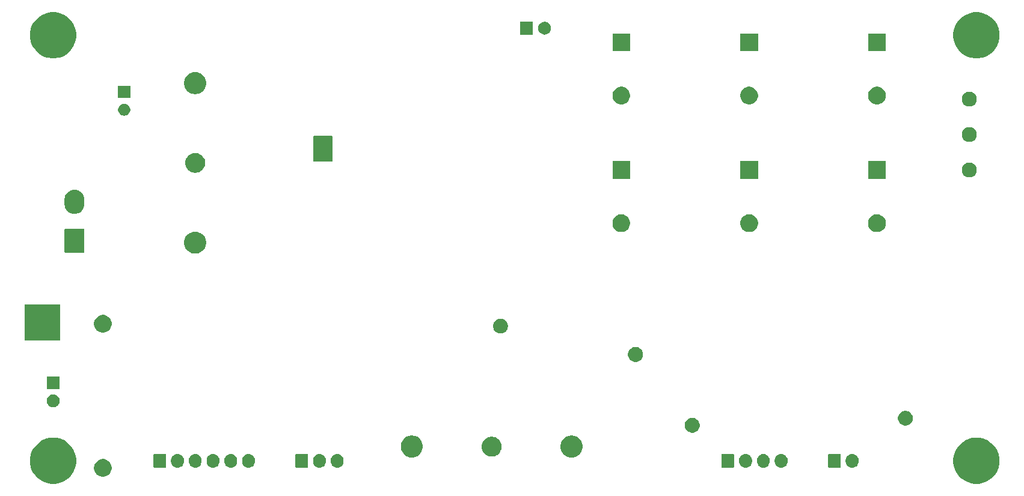
<source format=gbr>
G04 #@! TF.GenerationSoftware,KiCad,Pcbnew,5.1.5*
G04 #@! TF.CreationDate,2020-01-27T12:13:59+00:00*
G04 #@! TF.ProjectId,TSAL,5453414c-2e6b-4696-9361-645f70636258,rev?*
G04 #@! TF.SameCoordinates,PX5f5e100PY2625a00*
G04 #@! TF.FileFunction,Soldermask,Bot*
G04 #@! TF.FilePolarity,Negative*
%FSLAX46Y46*%
G04 Gerber Fmt 4.6, Leading zero omitted, Abs format (unit mm)*
G04 Created by KiCad (PCBNEW 5.1.5) date 2020-01-27 12:13:59*
%MOMM*%
%LPD*%
G04 APERTURE LIST*
%ADD10C,0.200000*%
%ADD11C,0.100000*%
G04 APERTURE END LIST*
D10*
G36*
X44250000Y-22750000D02*
G01*
X41750000Y-22750000D01*
X41750000Y-19250000D01*
X44250000Y-19250000D01*
X44250000Y-22750000D01*
G37*
X44250000Y-22750000D02*
X41750000Y-22750000D01*
X41750000Y-19250000D01*
X44250000Y-19250000D01*
X44250000Y-22750000D01*
D11*
G36*
X6000000Y-48000000D02*
G01*
X1000000Y-48000000D01*
X1000000Y-43000000D01*
X6000000Y-43000000D01*
X6000000Y-48000000D01*
G37*
G36*
X135552756Y-61795259D02*
G01*
X135948282Y-61873934D01*
X136539926Y-62119001D01*
X137072392Y-62474784D01*
X137525216Y-62927608D01*
X137880999Y-63460074D01*
X138126066Y-64051718D01*
X138251000Y-64679804D01*
X138251000Y-65320196D01*
X138126066Y-65948282D01*
X137880999Y-66539926D01*
X137525216Y-67072392D01*
X137072392Y-67525216D01*
X136539926Y-67880999D01*
X135948282Y-68126066D01*
X135634239Y-68188533D01*
X135320197Y-68251000D01*
X134679803Y-68251000D01*
X134365761Y-68188533D01*
X134051718Y-68126066D01*
X133460074Y-67880999D01*
X132927608Y-67525216D01*
X132474784Y-67072392D01*
X132119001Y-66539926D01*
X131873934Y-65948282D01*
X131749000Y-65320196D01*
X131749000Y-64679804D01*
X131873934Y-64051718D01*
X132119001Y-63460074D01*
X132474784Y-62927608D01*
X132927608Y-62474784D01*
X133460074Y-62119001D01*
X134051718Y-61873934D01*
X134447244Y-61795259D01*
X134679803Y-61749000D01*
X135320197Y-61749000D01*
X135552756Y-61795259D01*
G37*
G36*
X5552756Y-61795259D02*
G01*
X5948282Y-61873934D01*
X6539926Y-62119001D01*
X7072392Y-62474784D01*
X7525216Y-62927608D01*
X7880999Y-63460074D01*
X8126066Y-64051718D01*
X8251000Y-64679804D01*
X8251000Y-65320196D01*
X8126066Y-65948282D01*
X7880999Y-66539926D01*
X7525216Y-67072392D01*
X7072392Y-67525216D01*
X6539926Y-67880999D01*
X5948282Y-68126066D01*
X5634239Y-68188533D01*
X5320197Y-68251000D01*
X4679803Y-68251000D01*
X4365761Y-68188533D01*
X4051718Y-68126066D01*
X3460074Y-67880999D01*
X2927608Y-67525216D01*
X2474784Y-67072392D01*
X2119001Y-66539926D01*
X1873934Y-65948282D01*
X1749000Y-65320196D01*
X1749000Y-64679804D01*
X1873934Y-64051718D01*
X2119001Y-63460074D01*
X2474784Y-62927608D01*
X2927608Y-62474784D01*
X3460074Y-62119001D01*
X4051718Y-61873934D01*
X4447244Y-61795259D01*
X4679803Y-61749000D01*
X5320197Y-61749000D01*
X5552756Y-61795259D01*
G37*
G36*
X12364903Y-64797075D02*
G01*
X12566894Y-64880742D01*
X12592571Y-64891378D01*
X12797466Y-65028285D01*
X12971715Y-65202534D01*
X13050335Y-65320197D01*
X13108623Y-65407431D01*
X13202925Y-65635097D01*
X13218856Y-65715185D01*
X13251000Y-65876787D01*
X13251000Y-66123213D01*
X13202925Y-66364903D01*
X13108622Y-66592571D01*
X12971715Y-66797466D01*
X12797466Y-66971715D01*
X12592571Y-67108622D01*
X12592570Y-67108623D01*
X12592569Y-67108623D01*
X12364903Y-67202925D01*
X12123214Y-67251000D01*
X11876786Y-67251000D01*
X11635097Y-67202925D01*
X11407431Y-67108623D01*
X11407430Y-67108623D01*
X11407429Y-67108622D01*
X11202534Y-66971715D01*
X11028285Y-66797466D01*
X10891378Y-66592571D01*
X10797075Y-66364903D01*
X10749000Y-66123213D01*
X10749000Y-65876787D01*
X10781145Y-65715185D01*
X10797075Y-65635097D01*
X10891377Y-65407431D01*
X10949665Y-65320197D01*
X11028285Y-65202534D01*
X11202534Y-65028285D01*
X11407429Y-64891378D01*
X11433107Y-64880742D01*
X11635097Y-64797075D01*
X11876786Y-64749000D01*
X12123214Y-64749000D01*
X12364903Y-64797075D01*
G37*
G36*
X30176626Y-64037037D02*
G01*
X30346465Y-64088557D01*
X30346467Y-64088558D01*
X30502989Y-64172221D01*
X30640186Y-64284814D01*
X30713771Y-64374479D01*
X30752778Y-64422009D01*
X30836443Y-64578534D01*
X30887963Y-64748373D01*
X30901000Y-64880742D01*
X30901000Y-65119257D01*
X30887963Y-65251626D01*
X30836443Y-65421465D01*
X30752778Y-65577991D01*
X30723448Y-65613729D01*
X30640186Y-65715186D01*
X30545250Y-65793097D01*
X30502991Y-65827778D01*
X30346466Y-65911443D01*
X30176627Y-65962963D01*
X30000000Y-65980359D01*
X29823374Y-65962963D01*
X29653535Y-65911443D01*
X29497010Y-65827778D01*
X29417711Y-65762699D01*
X29359814Y-65715185D01*
X29291217Y-65631599D01*
X29247222Y-65577991D01*
X29163557Y-65421466D01*
X29112037Y-65251627D01*
X29099000Y-65119258D01*
X29099000Y-64880743D01*
X29112037Y-64748374D01*
X29163557Y-64578535D01*
X29247222Y-64422010D01*
X29264464Y-64401000D01*
X29359814Y-64284814D01*
X29461271Y-64201552D01*
X29497009Y-64172222D01*
X29653534Y-64088557D01*
X29823373Y-64037037D01*
X30000000Y-64019641D01*
X30176626Y-64037037D01*
G37*
G36*
X42676626Y-64037037D02*
G01*
X42846465Y-64088557D01*
X42846467Y-64088558D01*
X43002989Y-64172221D01*
X43140186Y-64284814D01*
X43213771Y-64374479D01*
X43252778Y-64422009D01*
X43336443Y-64578534D01*
X43387963Y-64748373D01*
X43401000Y-64880742D01*
X43401000Y-65119257D01*
X43387963Y-65251626D01*
X43336443Y-65421465D01*
X43252778Y-65577991D01*
X43223448Y-65613729D01*
X43140186Y-65715186D01*
X43045250Y-65793097D01*
X43002991Y-65827778D01*
X42846466Y-65911443D01*
X42676627Y-65962963D01*
X42500000Y-65980359D01*
X42323374Y-65962963D01*
X42153535Y-65911443D01*
X41997010Y-65827778D01*
X41917711Y-65762699D01*
X41859814Y-65715185D01*
X41791217Y-65631599D01*
X41747222Y-65577991D01*
X41663557Y-65421466D01*
X41612037Y-65251627D01*
X41599000Y-65119258D01*
X41599000Y-64880743D01*
X41612037Y-64748374D01*
X41663557Y-64578535D01*
X41747222Y-64422010D01*
X41764464Y-64401000D01*
X41859814Y-64284814D01*
X41961271Y-64201552D01*
X41997009Y-64172222D01*
X42153534Y-64088557D01*
X42323373Y-64037037D01*
X42500000Y-64019641D01*
X42676626Y-64037037D01*
G37*
G36*
X45176626Y-64037037D02*
G01*
X45346465Y-64088557D01*
X45346467Y-64088558D01*
X45502989Y-64172221D01*
X45640186Y-64284814D01*
X45713771Y-64374479D01*
X45752778Y-64422009D01*
X45836443Y-64578534D01*
X45887963Y-64748373D01*
X45901000Y-64880742D01*
X45901000Y-65119257D01*
X45887963Y-65251626D01*
X45836443Y-65421465D01*
X45752778Y-65577991D01*
X45723448Y-65613729D01*
X45640186Y-65715186D01*
X45545250Y-65793097D01*
X45502991Y-65827778D01*
X45346466Y-65911443D01*
X45176627Y-65962963D01*
X45000000Y-65980359D01*
X44823374Y-65962963D01*
X44653535Y-65911443D01*
X44497010Y-65827778D01*
X44417711Y-65762699D01*
X44359814Y-65715185D01*
X44291217Y-65631599D01*
X44247222Y-65577991D01*
X44163557Y-65421466D01*
X44112037Y-65251627D01*
X44099000Y-65119258D01*
X44099000Y-64880743D01*
X44112037Y-64748374D01*
X44163557Y-64578535D01*
X44247222Y-64422010D01*
X44264464Y-64401000D01*
X44359814Y-64284814D01*
X44461271Y-64201552D01*
X44497009Y-64172222D01*
X44653534Y-64088557D01*
X44823373Y-64037037D01*
X45000000Y-64019641D01*
X45176626Y-64037037D01*
G37*
G36*
X102676626Y-64037037D02*
G01*
X102846465Y-64088557D01*
X102846467Y-64088558D01*
X103002989Y-64172221D01*
X103140186Y-64284814D01*
X103213771Y-64374479D01*
X103252778Y-64422009D01*
X103336443Y-64578534D01*
X103387963Y-64748373D01*
X103401000Y-64880742D01*
X103401000Y-65119257D01*
X103387963Y-65251626D01*
X103336443Y-65421465D01*
X103252778Y-65577991D01*
X103223448Y-65613729D01*
X103140186Y-65715186D01*
X103045250Y-65793097D01*
X103002991Y-65827778D01*
X102846466Y-65911443D01*
X102676627Y-65962963D01*
X102500000Y-65980359D01*
X102323374Y-65962963D01*
X102153535Y-65911443D01*
X101997010Y-65827778D01*
X101917711Y-65762699D01*
X101859814Y-65715185D01*
X101791217Y-65631599D01*
X101747222Y-65577991D01*
X101663557Y-65421466D01*
X101612037Y-65251627D01*
X101599000Y-65119258D01*
X101599000Y-64880743D01*
X101612037Y-64748374D01*
X101663557Y-64578535D01*
X101747222Y-64422010D01*
X101764464Y-64401000D01*
X101859814Y-64284814D01*
X101961271Y-64201552D01*
X101997009Y-64172222D01*
X102153534Y-64088557D01*
X102323373Y-64037037D01*
X102500000Y-64019641D01*
X102676626Y-64037037D01*
G37*
G36*
X105176626Y-64037037D02*
G01*
X105346465Y-64088557D01*
X105346467Y-64088558D01*
X105502989Y-64172221D01*
X105640186Y-64284814D01*
X105713771Y-64374479D01*
X105752778Y-64422009D01*
X105836443Y-64578534D01*
X105887963Y-64748373D01*
X105901000Y-64880742D01*
X105901000Y-65119257D01*
X105887963Y-65251626D01*
X105836443Y-65421465D01*
X105752778Y-65577991D01*
X105723448Y-65613729D01*
X105640186Y-65715186D01*
X105545250Y-65793097D01*
X105502991Y-65827778D01*
X105346466Y-65911443D01*
X105176627Y-65962963D01*
X105000000Y-65980359D01*
X104823374Y-65962963D01*
X104653535Y-65911443D01*
X104497010Y-65827778D01*
X104417711Y-65762699D01*
X104359814Y-65715185D01*
X104291217Y-65631599D01*
X104247222Y-65577991D01*
X104163557Y-65421466D01*
X104112037Y-65251627D01*
X104099000Y-65119258D01*
X104099000Y-64880743D01*
X104112037Y-64748374D01*
X104163557Y-64578535D01*
X104247222Y-64422010D01*
X104264464Y-64401000D01*
X104359814Y-64284814D01*
X104461271Y-64201552D01*
X104497009Y-64172222D01*
X104653534Y-64088557D01*
X104823373Y-64037037D01*
X105000000Y-64019641D01*
X105176626Y-64037037D01*
G37*
G36*
X107676626Y-64037037D02*
G01*
X107846465Y-64088557D01*
X107846467Y-64088558D01*
X108002989Y-64172221D01*
X108140186Y-64284814D01*
X108213771Y-64374479D01*
X108252778Y-64422009D01*
X108336443Y-64578534D01*
X108387963Y-64748373D01*
X108401000Y-64880742D01*
X108401000Y-65119257D01*
X108387963Y-65251626D01*
X108336443Y-65421465D01*
X108252778Y-65577991D01*
X108223448Y-65613729D01*
X108140186Y-65715186D01*
X108045250Y-65793097D01*
X108002991Y-65827778D01*
X107846466Y-65911443D01*
X107676627Y-65962963D01*
X107500000Y-65980359D01*
X107323374Y-65962963D01*
X107153535Y-65911443D01*
X106997010Y-65827778D01*
X106917711Y-65762699D01*
X106859814Y-65715185D01*
X106791217Y-65631599D01*
X106747222Y-65577991D01*
X106663557Y-65421466D01*
X106612037Y-65251627D01*
X106599000Y-65119258D01*
X106599000Y-64880743D01*
X106612037Y-64748374D01*
X106663557Y-64578535D01*
X106747222Y-64422010D01*
X106764464Y-64401000D01*
X106859814Y-64284814D01*
X106961271Y-64201552D01*
X106997009Y-64172222D01*
X107153534Y-64088557D01*
X107323373Y-64037037D01*
X107500000Y-64019641D01*
X107676626Y-64037037D01*
G37*
G36*
X117676626Y-64037037D02*
G01*
X117846465Y-64088557D01*
X117846467Y-64088558D01*
X118002989Y-64172221D01*
X118140186Y-64284814D01*
X118213771Y-64374479D01*
X118252778Y-64422009D01*
X118336443Y-64578534D01*
X118387963Y-64748373D01*
X118401000Y-64880742D01*
X118401000Y-65119257D01*
X118387963Y-65251626D01*
X118336443Y-65421465D01*
X118252778Y-65577991D01*
X118223448Y-65613729D01*
X118140186Y-65715186D01*
X118045250Y-65793097D01*
X118002991Y-65827778D01*
X117846466Y-65911443D01*
X117676627Y-65962963D01*
X117500000Y-65980359D01*
X117323374Y-65962963D01*
X117153535Y-65911443D01*
X116997010Y-65827778D01*
X116917711Y-65762699D01*
X116859814Y-65715185D01*
X116791217Y-65631599D01*
X116747222Y-65577991D01*
X116663557Y-65421466D01*
X116612037Y-65251627D01*
X116599000Y-65119258D01*
X116599000Y-64880743D01*
X116612037Y-64748374D01*
X116663557Y-64578535D01*
X116747222Y-64422010D01*
X116764464Y-64401000D01*
X116859814Y-64284814D01*
X116961271Y-64201552D01*
X116997009Y-64172222D01*
X117153534Y-64088557D01*
X117323373Y-64037037D01*
X117500000Y-64019641D01*
X117676626Y-64037037D01*
G37*
G36*
X22676626Y-64037037D02*
G01*
X22846465Y-64088557D01*
X22846467Y-64088558D01*
X23002989Y-64172221D01*
X23140186Y-64284814D01*
X23213771Y-64374479D01*
X23252778Y-64422009D01*
X23336443Y-64578534D01*
X23387963Y-64748373D01*
X23401000Y-64880742D01*
X23401000Y-65119257D01*
X23387963Y-65251626D01*
X23336443Y-65421465D01*
X23252778Y-65577991D01*
X23223448Y-65613729D01*
X23140186Y-65715186D01*
X23045250Y-65793097D01*
X23002991Y-65827778D01*
X22846466Y-65911443D01*
X22676627Y-65962963D01*
X22500000Y-65980359D01*
X22323374Y-65962963D01*
X22153535Y-65911443D01*
X21997010Y-65827778D01*
X21917711Y-65762699D01*
X21859814Y-65715185D01*
X21791217Y-65631599D01*
X21747222Y-65577991D01*
X21663557Y-65421466D01*
X21612037Y-65251627D01*
X21599000Y-65119258D01*
X21599000Y-64880743D01*
X21612037Y-64748374D01*
X21663557Y-64578535D01*
X21747222Y-64422010D01*
X21764464Y-64401000D01*
X21859814Y-64284814D01*
X21961271Y-64201552D01*
X21997009Y-64172222D01*
X22153534Y-64088557D01*
X22323373Y-64037037D01*
X22500000Y-64019641D01*
X22676626Y-64037037D01*
G37*
G36*
X25176626Y-64037037D02*
G01*
X25346465Y-64088557D01*
X25346467Y-64088558D01*
X25502989Y-64172221D01*
X25640186Y-64284814D01*
X25713771Y-64374479D01*
X25752778Y-64422009D01*
X25836443Y-64578534D01*
X25887963Y-64748373D01*
X25901000Y-64880742D01*
X25901000Y-65119257D01*
X25887963Y-65251626D01*
X25836443Y-65421465D01*
X25752778Y-65577991D01*
X25723448Y-65613729D01*
X25640186Y-65715186D01*
X25545250Y-65793097D01*
X25502991Y-65827778D01*
X25346466Y-65911443D01*
X25176627Y-65962963D01*
X25000000Y-65980359D01*
X24823374Y-65962963D01*
X24653535Y-65911443D01*
X24497010Y-65827778D01*
X24417711Y-65762699D01*
X24359814Y-65715185D01*
X24291217Y-65631599D01*
X24247222Y-65577991D01*
X24163557Y-65421466D01*
X24112037Y-65251627D01*
X24099000Y-65119258D01*
X24099000Y-64880743D01*
X24112037Y-64748374D01*
X24163557Y-64578535D01*
X24247222Y-64422010D01*
X24264464Y-64401000D01*
X24359814Y-64284814D01*
X24461271Y-64201552D01*
X24497009Y-64172222D01*
X24653534Y-64088557D01*
X24823373Y-64037037D01*
X25000000Y-64019641D01*
X25176626Y-64037037D01*
G37*
G36*
X32676626Y-64037037D02*
G01*
X32846465Y-64088557D01*
X32846467Y-64088558D01*
X33002989Y-64172221D01*
X33140186Y-64284814D01*
X33213771Y-64374479D01*
X33252778Y-64422009D01*
X33336443Y-64578534D01*
X33387963Y-64748373D01*
X33401000Y-64880742D01*
X33401000Y-65119257D01*
X33387963Y-65251626D01*
X33336443Y-65421465D01*
X33252778Y-65577991D01*
X33223448Y-65613729D01*
X33140186Y-65715186D01*
X33045250Y-65793097D01*
X33002991Y-65827778D01*
X32846466Y-65911443D01*
X32676627Y-65962963D01*
X32500000Y-65980359D01*
X32323374Y-65962963D01*
X32153535Y-65911443D01*
X31997010Y-65827778D01*
X31917711Y-65762699D01*
X31859814Y-65715185D01*
X31791217Y-65631599D01*
X31747222Y-65577991D01*
X31663557Y-65421466D01*
X31612037Y-65251627D01*
X31599000Y-65119258D01*
X31599000Y-64880743D01*
X31612037Y-64748374D01*
X31663557Y-64578535D01*
X31747222Y-64422010D01*
X31764464Y-64401000D01*
X31859814Y-64284814D01*
X31961271Y-64201552D01*
X31997009Y-64172222D01*
X32153534Y-64088557D01*
X32323373Y-64037037D01*
X32500000Y-64019641D01*
X32676626Y-64037037D01*
G37*
G36*
X27676626Y-64037037D02*
G01*
X27846465Y-64088557D01*
X27846467Y-64088558D01*
X28002989Y-64172221D01*
X28140186Y-64284814D01*
X28213771Y-64374479D01*
X28252778Y-64422009D01*
X28336443Y-64578534D01*
X28387963Y-64748373D01*
X28401000Y-64880742D01*
X28401000Y-65119257D01*
X28387963Y-65251626D01*
X28336443Y-65421465D01*
X28252778Y-65577991D01*
X28223448Y-65613729D01*
X28140186Y-65715186D01*
X28045250Y-65793097D01*
X28002991Y-65827778D01*
X27846466Y-65911443D01*
X27676627Y-65962963D01*
X27500000Y-65980359D01*
X27323374Y-65962963D01*
X27153535Y-65911443D01*
X26997010Y-65827778D01*
X26917711Y-65762699D01*
X26859814Y-65715185D01*
X26791217Y-65631599D01*
X26747222Y-65577991D01*
X26663557Y-65421466D01*
X26612037Y-65251627D01*
X26599000Y-65119258D01*
X26599000Y-64880743D01*
X26612037Y-64748374D01*
X26663557Y-64578535D01*
X26747222Y-64422010D01*
X26764464Y-64401000D01*
X26859814Y-64284814D01*
X26961271Y-64201552D01*
X26997009Y-64172222D01*
X27153534Y-64088557D01*
X27323373Y-64037037D01*
X27500000Y-64019641D01*
X27676626Y-64037037D01*
G37*
G36*
X20758600Y-64027989D02*
G01*
X20791652Y-64038015D01*
X20822103Y-64054292D01*
X20848799Y-64076201D01*
X20870708Y-64102897D01*
X20886985Y-64133348D01*
X20897011Y-64166400D01*
X20901000Y-64206903D01*
X20901000Y-65793097D01*
X20897011Y-65833600D01*
X20886985Y-65866652D01*
X20870708Y-65897103D01*
X20848799Y-65923799D01*
X20822103Y-65945708D01*
X20791652Y-65961985D01*
X20758600Y-65972011D01*
X20718097Y-65976000D01*
X19281903Y-65976000D01*
X19241400Y-65972011D01*
X19208348Y-65961985D01*
X19177897Y-65945708D01*
X19151201Y-65923799D01*
X19129292Y-65897103D01*
X19113015Y-65866652D01*
X19102989Y-65833600D01*
X19099000Y-65793097D01*
X19099000Y-64206903D01*
X19102989Y-64166400D01*
X19113015Y-64133348D01*
X19129292Y-64102897D01*
X19151201Y-64076201D01*
X19177897Y-64054292D01*
X19208348Y-64038015D01*
X19241400Y-64027989D01*
X19281903Y-64024000D01*
X20718097Y-64024000D01*
X20758600Y-64027989D01*
G37*
G36*
X115758600Y-64027989D02*
G01*
X115791652Y-64038015D01*
X115822103Y-64054292D01*
X115848799Y-64076201D01*
X115870708Y-64102897D01*
X115886985Y-64133348D01*
X115897011Y-64166400D01*
X115901000Y-64206903D01*
X115901000Y-65793097D01*
X115897011Y-65833600D01*
X115886985Y-65866652D01*
X115870708Y-65897103D01*
X115848799Y-65923799D01*
X115822103Y-65945708D01*
X115791652Y-65961985D01*
X115758600Y-65972011D01*
X115718097Y-65976000D01*
X114281903Y-65976000D01*
X114241400Y-65972011D01*
X114208348Y-65961985D01*
X114177897Y-65945708D01*
X114151201Y-65923799D01*
X114129292Y-65897103D01*
X114113015Y-65866652D01*
X114102989Y-65833600D01*
X114099000Y-65793097D01*
X114099000Y-64206903D01*
X114102989Y-64166400D01*
X114113015Y-64133348D01*
X114129292Y-64102897D01*
X114151201Y-64076201D01*
X114177897Y-64054292D01*
X114208348Y-64038015D01*
X114241400Y-64027989D01*
X114281903Y-64024000D01*
X115718097Y-64024000D01*
X115758600Y-64027989D01*
G37*
G36*
X100758600Y-64027989D02*
G01*
X100791652Y-64038015D01*
X100822103Y-64054292D01*
X100848799Y-64076201D01*
X100870708Y-64102897D01*
X100886985Y-64133348D01*
X100897011Y-64166400D01*
X100901000Y-64206903D01*
X100901000Y-65793097D01*
X100897011Y-65833600D01*
X100886985Y-65866652D01*
X100870708Y-65897103D01*
X100848799Y-65923799D01*
X100822103Y-65945708D01*
X100791652Y-65961985D01*
X100758600Y-65972011D01*
X100718097Y-65976000D01*
X99281903Y-65976000D01*
X99241400Y-65972011D01*
X99208348Y-65961985D01*
X99177897Y-65945708D01*
X99151201Y-65923799D01*
X99129292Y-65897103D01*
X99113015Y-65866652D01*
X99102989Y-65833600D01*
X99099000Y-65793097D01*
X99099000Y-64206903D01*
X99102989Y-64166400D01*
X99113015Y-64133348D01*
X99129292Y-64102897D01*
X99151201Y-64076201D01*
X99177897Y-64054292D01*
X99208348Y-64038015D01*
X99241400Y-64027989D01*
X99281903Y-64024000D01*
X100718097Y-64024000D01*
X100758600Y-64027989D01*
G37*
G36*
X40758600Y-64027989D02*
G01*
X40791652Y-64038015D01*
X40822103Y-64054292D01*
X40848799Y-64076201D01*
X40870708Y-64102897D01*
X40886985Y-64133348D01*
X40897011Y-64166400D01*
X40901000Y-64206903D01*
X40901000Y-65793097D01*
X40897011Y-65833600D01*
X40886985Y-65866652D01*
X40870708Y-65897103D01*
X40848799Y-65923799D01*
X40822103Y-65945708D01*
X40791652Y-65961985D01*
X40758600Y-65972011D01*
X40718097Y-65976000D01*
X39281903Y-65976000D01*
X39241400Y-65972011D01*
X39208348Y-65961985D01*
X39177897Y-65945708D01*
X39151201Y-65923799D01*
X39129292Y-65897103D01*
X39113015Y-65866652D01*
X39102989Y-65833600D01*
X39099000Y-65793097D01*
X39099000Y-64206903D01*
X39102989Y-64166400D01*
X39113015Y-64133348D01*
X39129292Y-64102897D01*
X39151201Y-64076201D01*
X39177897Y-64054292D01*
X39208348Y-64038015D01*
X39241400Y-64027989D01*
X39281903Y-64024000D01*
X40718097Y-64024000D01*
X40758600Y-64027989D01*
G37*
G36*
X55802585Y-61478802D02*
G01*
X55952410Y-61508604D01*
X56234674Y-61625521D01*
X56488705Y-61795259D01*
X56704741Y-62011295D01*
X56874479Y-62265326D01*
X56991396Y-62547590D01*
X57051000Y-62847240D01*
X57051000Y-63152760D01*
X56991396Y-63452410D01*
X56874479Y-63734674D01*
X56704741Y-63988705D01*
X56488705Y-64204741D01*
X56234674Y-64374479D01*
X55952410Y-64491396D01*
X55802585Y-64521198D01*
X55652761Y-64551000D01*
X55347239Y-64551000D01*
X55197415Y-64521198D01*
X55047590Y-64491396D01*
X54765326Y-64374479D01*
X54511295Y-64204741D01*
X54295259Y-63988705D01*
X54125521Y-63734674D01*
X54008604Y-63452410D01*
X53949000Y-63152760D01*
X53949000Y-62847240D01*
X54008604Y-62547590D01*
X54125521Y-62265326D01*
X54295259Y-62011295D01*
X54511295Y-61795259D01*
X54765326Y-61625521D01*
X55047590Y-61508604D01*
X55197415Y-61478802D01*
X55347239Y-61449000D01*
X55652761Y-61449000D01*
X55802585Y-61478802D01*
G37*
G36*
X78302585Y-61478802D02*
G01*
X78452410Y-61508604D01*
X78734674Y-61625521D01*
X78988705Y-61795259D01*
X79204741Y-62011295D01*
X79374479Y-62265326D01*
X79491396Y-62547590D01*
X79551000Y-62847240D01*
X79551000Y-63152760D01*
X79491396Y-63452410D01*
X79374479Y-63734674D01*
X79204741Y-63988705D01*
X78988705Y-64204741D01*
X78734674Y-64374479D01*
X78452410Y-64491396D01*
X78302585Y-64521198D01*
X78152761Y-64551000D01*
X77847239Y-64551000D01*
X77697415Y-64521198D01*
X77547590Y-64491396D01*
X77265326Y-64374479D01*
X77011295Y-64204741D01*
X76795259Y-63988705D01*
X76625521Y-63734674D01*
X76508604Y-63452410D01*
X76449000Y-63152760D01*
X76449000Y-62847240D01*
X76508604Y-62547590D01*
X76625521Y-62265326D01*
X76795259Y-62011295D01*
X77011295Y-61795259D01*
X77265326Y-61625521D01*
X77547590Y-61508604D01*
X77697415Y-61478802D01*
X77847239Y-61449000D01*
X78152761Y-61449000D01*
X78302585Y-61478802D01*
G37*
G36*
X67068433Y-61634893D02*
G01*
X67158657Y-61652839D01*
X67264267Y-61696585D01*
X67413621Y-61758449D01*
X67489763Y-61809325D01*
X67643086Y-61911772D01*
X67838228Y-62106914D01*
X67846304Y-62119001D01*
X67991551Y-62336379D01*
X68048880Y-62474783D01*
X68079038Y-62547590D01*
X68097161Y-62591344D01*
X68151000Y-62862012D01*
X68151000Y-63137988D01*
X68148061Y-63152761D01*
X68097161Y-63408657D01*
X68075863Y-63460074D01*
X67991551Y-63663621D01*
X67991550Y-63663622D01*
X67838228Y-63893086D01*
X67643086Y-64088228D01*
X67517381Y-64172221D01*
X67413621Y-64241551D01*
X67299069Y-64289000D01*
X67158657Y-64347161D01*
X67068433Y-64365107D01*
X66887988Y-64401000D01*
X66612012Y-64401000D01*
X66431567Y-64365107D01*
X66341343Y-64347161D01*
X66200931Y-64289000D01*
X66086379Y-64241551D01*
X65982619Y-64172221D01*
X65856914Y-64088228D01*
X65661772Y-63893086D01*
X65508450Y-63663622D01*
X65508449Y-63663621D01*
X65424137Y-63460074D01*
X65402839Y-63408657D01*
X65351939Y-63152761D01*
X65349000Y-63137988D01*
X65349000Y-62862012D01*
X65402839Y-62591344D01*
X65420963Y-62547590D01*
X65451120Y-62474783D01*
X65508449Y-62336379D01*
X65653696Y-62119001D01*
X65661772Y-62106914D01*
X65856914Y-61911772D01*
X66010237Y-61809325D01*
X66086379Y-61758449D01*
X66235733Y-61696585D01*
X66341343Y-61652839D01*
X66431567Y-61634893D01*
X66612012Y-61599000D01*
X66887988Y-61599000D01*
X67068433Y-61634893D01*
G37*
G36*
X95306564Y-58989389D02*
G01*
X95497833Y-59068615D01*
X95497835Y-59068616D01*
X95669973Y-59183635D01*
X95816365Y-59330027D01*
X95928491Y-59497835D01*
X95931385Y-59502167D01*
X96010611Y-59693436D01*
X96051000Y-59896484D01*
X96051000Y-60103516D01*
X96010611Y-60306564D01*
X95931385Y-60497833D01*
X95931384Y-60497835D01*
X95816365Y-60669973D01*
X95669973Y-60816365D01*
X95497835Y-60931384D01*
X95497834Y-60931385D01*
X95497833Y-60931385D01*
X95306564Y-61010611D01*
X95103516Y-61051000D01*
X94896484Y-61051000D01*
X94693436Y-61010611D01*
X94502167Y-60931385D01*
X94502166Y-60931385D01*
X94502165Y-60931384D01*
X94330027Y-60816365D01*
X94183635Y-60669973D01*
X94068616Y-60497835D01*
X94068615Y-60497833D01*
X93989389Y-60306564D01*
X93949000Y-60103516D01*
X93949000Y-59896484D01*
X93989389Y-59693436D01*
X94068615Y-59502167D01*
X94071510Y-59497835D01*
X94183635Y-59330027D01*
X94330027Y-59183635D01*
X94502165Y-59068616D01*
X94502167Y-59068615D01*
X94693436Y-58989389D01*
X94896484Y-58949000D01*
X95103516Y-58949000D01*
X95306564Y-58989389D01*
G37*
G36*
X125306564Y-57989389D02*
G01*
X125497833Y-58068615D01*
X125497835Y-58068616D01*
X125669973Y-58183635D01*
X125816365Y-58330027D01*
X125931385Y-58502167D01*
X126010611Y-58693436D01*
X126051000Y-58896484D01*
X126051000Y-59103516D01*
X126010611Y-59306564D01*
X126000892Y-59330027D01*
X125931384Y-59497835D01*
X125816365Y-59669973D01*
X125669973Y-59816365D01*
X125497835Y-59931384D01*
X125497834Y-59931385D01*
X125497833Y-59931385D01*
X125306564Y-60010611D01*
X125103516Y-60051000D01*
X124896484Y-60051000D01*
X124693436Y-60010611D01*
X124502167Y-59931385D01*
X124502166Y-59931385D01*
X124502165Y-59931384D01*
X124330027Y-59816365D01*
X124183635Y-59669973D01*
X124068616Y-59497835D01*
X123999108Y-59330027D01*
X123989389Y-59306564D01*
X123949000Y-59103516D01*
X123949000Y-58896484D01*
X123989389Y-58693436D01*
X124068615Y-58502167D01*
X124183635Y-58330027D01*
X124330027Y-58183635D01*
X124502165Y-58068616D01*
X124502167Y-58068615D01*
X124693436Y-57989389D01*
X124896484Y-57949000D01*
X125103516Y-57949000D01*
X125306564Y-57989389D01*
G37*
G36*
X5113512Y-55643927D02*
G01*
X5262812Y-55673624D01*
X5426784Y-55741544D01*
X5574354Y-55840147D01*
X5699853Y-55965646D01*
X5798456Y-56113216D01*
X5866376Y-56277188D01*
X5901000Y-56451259D01*
X5901000Y-56628741D01*
X5866376Y-56802812D01*
X5798456Y-56966784D01*
X5699853Y-57114354D01*
X5574354Y-57239853D01*
X5426784Y-57338456D01*
X5262812Y-57406376D01*
X5113512Y-57436073D01*
X5088742Y-57441000D01*
X4911258Y-57441000D01*
X4886488Y-57436073D01*
X4737188Y-57406376D01*
X4573216Y-57338456D01*
X4425646Y-57239853D01*
X4300147Y-57114354D01*
X4201544Y-56966784D01*
X4133624Y-56802812D01*
X4099000Y-56628741D01*
X4099000Y-56451259D01*
X4133624Y-56277188D01*
X4201544Y-56113216D01*
X4300147Y-55965646D01*
X4425646Y-55840147D01*
X4573216Y-55741544D01*
X4737188Y-55673624D01*
X4886488Y-55643927D01*
X4911258Y-55639000D01*
X5088742Y-55639000D01*
X5113512Y-55643927D01*
G37*
G36*
X5901000Y-54901000D02*
G01*
X4099000Y-54901000D01*
X4099000Y-53099000D01*
X5901000Y-53099000D01*
X5901000Y-54901000D01*
G37*
G36*
X87306564Y-48989389D02*
G01*
X87497833Y-49068615D01*
X87497835Y-49068616D01*
X87669973Y-49183635D01*
X87816365Y-49330027D01*
X87931385Y-49502167D01*
X88010611Y-49693436D01*
X88051000Y-49896484D01*
X88051000Y-50103516D01*
X88010611Y-50306564D01*
X87931385Y-50497833D01*
X87931384Y-50497835D01*
X87816365Y-50669973D01*
X87669973Y-50816365D01*
X87497835Y-50931384D01*
X87497834Y-50931385D01*
X87497833Y-50931385D01*
X87306564Y-51010611D01*
X87103516Y-51051000D01*
X86896484Y-51051000D01*
X86693436Y-51010611D01*
X86502167Y-50931385D01*
X86502166Y-50931385D01*
X86502165Y-50931384D01*
X86330027Y-50816365D01*
X86183635Y-50669973D01*
X86068616Y-50497835D01*
X86068615Y-50497833D01*
X85989389Y-50306564D01*
X85949000Y-50103516D01*
X85949000Y-49896484D01*
X85989389Y-49693436D01*
X86068615Y-49502167D01*
X86183635Y-49330027D01*
X86330027Y-49183635D01*
X86502165Y-49068616D01*
X86502167Y-49068615D01*
X86693436Y-48989389D01*
X86896484Y-48949000D01*
X87103516Y-48949000D01*
X87306564Y-48989389D01*
G37*
G36*
X68306564Y-44989389D02*
G01*
X68497833Y-45068615D01*
X68497835Y-45068616D01*
X68669973Y-45183635D01*
X68816365Y-45330027D01*
X68931385Y-45502167D01*
X69010611Y-45693436D01*
X69051000Y-45896484D01*
X69051000Y-46103516D01*
X69010611Y-46306564D01*
X68939822Y-46477464D01*
X68931384Y-46497835D01*
X68816365Y-46669973D01*
X68669973Y-46816365D01*
X68497835Y-46931384D01*
X68497834Y-46931385D01*
X68497833Y-46931385D01*
X68306564Y-47010611D01*
X68103516Y-47051000D01*
X67896484Y-47051000D01*
X67693436Y-47010611D01*
X67502167Y-46931385D01*
X67502166Y-46931385D01*
X67502165Y-46931384D01*
X67330027Y-46816365D01*
X67183635Y-46669973D01*
X67068616Y-46497835D01*
X67060178Y-46477464D01*
X66989389Y-46306564D01*
X66949000Y-46103516D01*
X66949000Y-45896484D01*
X66989389Y-45693436D01*
X67068615Y-45502167D01*
X67183635Y-45330027D01*
X67330027Y-45183635D01*
X67502165Y-45068616D01*
X67502167Y-45068615D01*
X67693436Y-44989389D01*
X67896484Y-44949000D01*
X68103516Y-44949000D01*
X68306564Y-44989389D01*
G37*
G36*
X12364903Y-44477075D02*
G01*
X12592571Y-44571378D01*
X12797466Y-44708285D01*
X12971715Y-44882534D01*
X13108622Y-45087429D01*
X13108623Y-45087431D01*
X13202925Y-45315097D01*
X13240136Y-45502167D01*
X13251000Y-45556787D01*
X13251000Y-45803213D01*
X13202925Y-46044903D01*
X13108622Y-46272571D01*
X12971715Y-46477466D01*
X12797466Y-46651715D01*
X12592571Y-46788622D01*
X12592570Y-46788623D01*
X12592569Y-46788623D01*
X12364903Y-46882925D01*
X12123214Y-46931000D01*
X11876786Y-46931000D01*
X11635097Y-46882925D01*
X11407431Y-46788623D01*
X11407430Y-46788623D01*
X11407429Y-46788622D01*
X11202534Y-46651715D01*
X11028285Y-46477466D01*
X10891378Y-46272571D01*
X10797075Y-46044903D01*
X10749000Y-45803213D01*
X10749000Y-45556787D01*
X10759865Y-45502167D01*
X10797075Y-45315097D01*
X10891377Y-45087431D01*
X10891378Y-45087429D01*
X11028285Y-44882534D01*
X11202534Y-44708285D01*
X11407429Y-44571378D01*
X11635097Y-44477075D01*
X11876786Y-44429000D01*
X12123214Y-44429000D01*
X12364903Y-44477075D01*
G37*
G36*
X25302585Y-32728802D02*
G01*
X25452410Y-32758604D01*
X25734674Y-32875521D01*
X25988705Y-33045259D01*
X26204741Y-33261295D01*
X26374479Y-33515326D01*
X26491396Y-33797590D01*
X26551000Y-34097240D01*
X26551000Y-34402760D01*
X26491396Y-34702410D01*
X26374479Y-34984674D01*
X26204741Y-35238705D01*
X25988705Y-35454741D01*
X25734674Y-35624479D01*
X25452410Y-35741396D01*
X25302585Y-35771198D01*
X25152761Y-35801000D01*
X24847239Y-35801000D01*
X24697415Y-35771198D01*
X24547590Y-35741396D01*
X24265326Y-35624479D01*
X24011295Y-35454741D01*
X23795259Y-35238705D01*
X23625521Y-34984674D01*
X23508604Y-34702410D01*
X23449000Y-34402760D01*
X23449000Y-34097240D01*
X23508604Y-33797590D01*
X23625521Y-33515326D01*
X23795259Y-33261295D01*
X24011295Y-33045259D01*
X24265326Y-32875521D01*
X24547590Y-32758604D01*
X24697415Y-32728802D01*
X24847239Y-32699000D01*
X25152761Y-32699000D01*
X25302585Y-32728802D01*
G37*
G36*
X9274031Y-32302621D02*
G01*
X9303486Y-32311556D01*
X9330623Y-32326062D01*
X9354414Y-32345586D01*
X9373938Y-32369377D01*
X9388444Y-32396514D01*
X9397379Y-32425969D01*
X9401000Y-32462734D01*
X9401000Y-35537266D01*
X9397379Y-35574031D01*
X9388444Y-35603486D01*
X9373938Y-35630623D01*
X9354414Y-35654414D01*
X9330623Y-35673938D01*
X9303486Y-35688444D01*
X9274031Y-35697379D01*
X9237266Y-35701000D01*
X6762734Y-35701000D01*
X6725969Y-35697379D01*
X6696514Y-35688444D01*
X6669377Y-35673938D01*
X6645586Y-35654414D01*
X6626062Y-35630623D01*
X6611556Y-35603486D01*
X6602621Y-35574031D01*
X6599000Y-35537266D01*
X6599000Y-32462734D01*
X6602621Y-32425969D01*
X6611556Y-32396514D01*
X6626062Y-32369377D01*
X6645586Y-32345586D01*
X6669377Y-32326062D01*
X6696514Y-32311556D01*
X6725969Y-32302621D01*
X6762734Y-32299000D01*
X9237266Y-32299000D01*
X9274031Y-32302621D01*
G37*
G36*
X85364903Y-30297075D02*
G01*
X85592571Y-30391378D01*
X85797466Y-30528285D01*
X85971715Y-30702534D01*
X86108622Y-30907429D01*
X86202925Y-31135097D01*
X86251000Y-31376787D01*
X86251000Y-31623213D01*
X86202925Y-31864903D01*
X86108622Y-32092571D01*
X85971715Y-32297466D01*
X85797466Y-32471715D01*
X85592571Y-32608622D01*
X85592570Y-32608623D01*
X85592569Y-32608623D01*
X85364903Y-32702925D01*
X85123214Y-32751000D01*
X84876786Y-32751000D01*
X84635097Y-32702925D01*
X84407431Y-32608623D01*
X84407430Y-32608623D01*
X84407429Y-32608622D01*
X84202534Y-32471715D01*
X84028285Y-32297466D01*
X83891378Y-32092571D01*
X83797075Y-31864903D01*
X83749000Y-31623213D01*
X83749000Y-31376787D01*
X83797075Y-31135097D01*
X83891378Y-30907429D01*
X84028285Y-30702534D01*
X84202534Y-30528285D01*
X84407429Y-30391378D01*
X84635097Y-30297075D01*
X84876786Y-30249000D01*
X85123214Y-30249000D01*
X85364903Y-30297075D01*
G37*
G36*
X103364903Y-30297075D02*
G01*
X103592571Y-30391378D01*
X103797466Y-30528285D01*
X103971715Y-30702534D01*
X104108622Y-30907429D01*
X104202925Y-31135097D01*
X104251000Y-31376787D01*
X104251000Y-31623213D01*
X104202925Y-31864903D01*
X104108622Y-32092571D01*
X103971715Y-32297466D01*
X103797466Y-32471715D01*
X103592571Y-32608622D01*
X103592570Y-32608623D01*
X103592569Y-32608623D01*
X103364903Y-32702925D01*
X103123214Y-32751000D01*
X102876786Y-32751000D01*
X102635097Y-32702925D01*
X102407431Y-32608623D01*
X102407430Y-32608623D01*
X102407429Y-32608622D01*
X102202534Y-32471715D01*
X102028285Y-32297466D01*
X101891378Y-32092571D01*
X101797075Y-31864903D01*
X101749000Y-31623213D01*
X101749000Y-31376787D01*
X101797075Y-31135097D01*
X101891378Y-30907429D01*
X102028285Y-30702534D01*
X102202534Y-30528285D01*
X102407429Y-30391378D01*
X102635097Y-30297075D01*
X102876786Y-30249000D01*
X103123214Y-30249000D01*
X103364903Y-30297075D01*
G37*
G36*
X121364903Y-30297075D02*
G01*
X121592571Y-30391378D01*
X121797466Y-30528285D01*
X121971715Y-30702534D01*
X122108622Y-30907429D01*
X122202925Y-31135097D01*
X122251000Y-31376787D01*
X122251000Y-31623213D01*
X122202925Y-31864903D01*
X122108622Y-32092571D01*
X121971715Y-32297466D01*
X121797466Y-32471715D01*
X121592571Y-32608622D01*
X121592570Y-32608623D01*
X121592569Y-32608623D01*
X121364903Y-32702925D01*
X121123214Y-32751000D01*
X120876786Y-32751000D01*
X120635097Y-32702925D01*
X120407431Y-32608623D01*
X120407430Y-32608623D01*
X120407429Y-32608622D01*
X120202534Y-32471715D01*
X120028285Y-32297466D01*
X119891378Y-32092571D01*
X119797075Y-31864903D01*
X119749000Y-31623213D01*
X119749000Y-31376787D01*
X119797075Y-31135097D01*
X119891378Y-30907429D01*
X120028285Y-30702534D01*
X120202534Y-30528285D01*
X120407429Y-30391378D01*
X120635097Y-30297075D01*
X120876786Y-30249000D01*
X121123214Y-30249000D01*
X121364903Y-30297075D01*
G37*
G36*
X8274644Y-26819272D02*
G01*
X8470017Y-26878538D01*
X8538737Y-26899384D01*
X8768202Y-27022036D01*
X8782120Y-27029475D01*
X8837691Y-27075082D01*
X8995450Y-27204550D01*
X9124918Y-27362309D01*
X9170525Y-27417880D01*
X9170526Y-27417882D01*
X9300616Y-27661263D01*
X9300617Y-27661267D01*
X9380728Y-27925357D01*
X9401000Y-28131183D01*
X9401000Y-28868818D01*
X9380728Y-29074644D01*
X9321462Y-29270017D01*
X9300616Y-29338737D01*
X9177964Y-29568202D01*
X9170525Y-29582120D01*
X9138092Y-29621640D01*
X8995450Y-29795450D01*
X8823797Y-29936320D01*
X8782119Y-29970525D01*
X8782117Y-29970526D01*
X8538736Y-30100616D01*
X8470016Y-30121462D01*
X8274643Y-30180728D01*
X8000000Y-30207778D01*
X7725356Y-30180728D01*
X7529983Y-30121462D01*
X7461263Y-30100616D01*
X7217882Y-29970526D01*
X7217880Y-29970525D01*
X7178360Y-29938092D01*
X7004550Y-29795450D01*
X6829476Y-29582120D01*
X6829475Y-29582119D01*
X6822036Y-29568201D01*
X6699384Y-29338736D01*
X6678538Y-29270016D01*
X6619272Y-29074643D01*
X6599000Y-28868817D01*
X6599000Y-28131182D01*
X6619272Y-27925356D01*
X6699383Y-27661267D01*
X6699384Y-27661263D01*
X6829474Y-27417882D01*
X6829475Y-27417880D01*
X6861908Y-27378360D01*
X7004550Y-27204550D01*
X7176203Y-27063680D01*
X7217881Y-27029475D01*
X7231799Y-27022036D01*
X7461264Y-26899384D01*
X7529984Y-26878538D01*
X7725357Y-26819272D01*
X8000000Y-26792222D01*
X8274644Y-26819272D01*
G37*
G36*
X86251000Y-25251000D02*
G01*
X83749000Y-25251000D01*
X83749000Y-22749000D01*
X86251000Y-22749000D01*
X86251000Y-25251000D01*
G37*
G36*
X104251000Y-25251000D02*
G01*
X101749000Y-25251000D01*
X101749000Y-22749000D01*
X104251000Y-22749000D01*
X104251000Y-25251000D01*
G37*
G36*
X122251000Y-25251000D02*
G01*
X119749000Y-25251000D01*
X119749000Y-22749000D01*
X122251000Y-22749000D01*
X122251000Y-25251000D01*
G37*
G36*
X134306564Y-22989389D02*
G01*
X134497833Y-23068615D01*
X134497835Y-23068616D01*
X134601654Y-23137986D01*
X134669973Y-23183635D01*
X134816365Y-23330027D01*
X134931385Y-23502167D01*
X135010611Y-23693436D01*
X135051000Y-23896484D01*
X135051000Y-24103516D01*
X135010611Y-24306564D01*
X134993795Y-24347161D01*
X134931384Y-24497835D01*
X134816365Y-24669973D01*
X134669973Y-24816365D01*
X134497835Y-24931384D01*
X134497834Y-24931385D01*
X134497833Y-24931385D01*
X134306564Y-25010611D01*
X134103516Y-25051000D01*
X133896484Y-25051000D01*
X133693436Y-25010611D01*
X133502167Y-24931385D01*
X133502166Y-24931385D01*
X133502165Y-24931384D01*
X133330027Y-24816365D01*
X133183635Y-24669973D01*
X133068616Y-24497835D01*
X133006205Y-24347161D01*
X132989389Y-24306564D01*
X132949000Y-24103516D01*
X132949000Y-23896484D01*
X132989389Y-23693436D01*
X133068615Y-23502167D01*
X133183635Y-23330027D01*
X133330027Y-23183635D01*
X133398346Y-23137986D01*
X133502165Y-23068616D01*
X133502167Y-23068615D01*
X133693436Y-22989389D01*
X133896484Y-22949000D01*
X134103516Y-22949000D01*
X134306564Y-22989389D01*
G37*
G36*
X25318433Y-21634893D02*
G01*
X25408657Y-21652839D01*
X25514267Y-21696585D01*
X25663621Y-21758449D01*
X25663622Y-21758450D01*
X25893086Y-21911772D01*
X26088228Y-22106914D01*
X26190675Y-22260237D01*
X26241551Y-22336379D01*
X26347161Y-22591344D01*
X26378521Y-22749000D01*
X26401000Y-22862014D01*
X26401000Y-23137986D01*
X26347161Y-23408657D01*
X26303415Y-23514267D01*
X26241551Y-23663621D01*
X26241550Y-23663622D01*
X26088228Y-23893086D01*
X25893086Y-24088228D01*
X25739763Y-24190675D01*
X25663621Y-24241551D01*
X25514267Y-24303415D01*
X25408657Y-24347161D01*
X25318433Y-24365107D01*
X25137988Y-24401000D01*
X24862012Y-24401000D01*
X24681567Y-24365107D01*
X24591343Y-24347161D01*
X24485733Y-24303415D01*
X24336379Y-24241551D01*
X24260237Y-24190675D01*
X24106914Y-24088228D01*
X23911772Y-23893086D01*
X23758450Y-23663622D01*
X23758449Y-23663621D01*
X23696585Y-23514267D01*
X23652839Y-23408657D01*
X23599000Y-23137986D01*
X23599000Y-22862014D01*
X23621480Y-22749000D01*
X23652839Y-22591344D01*
X23758449Y-22336379D01*
X23809325Y-22260237D01*
X23911772Y-22106914D01*
X24106914Y-21911772D01*
X24336378Y-21758450D01*
X24336379Y-21758449D01*
X24485733Y-21696585D01*
X24591343Y-21652839D01*
X24681567Y-21634893D01*
X24862012Y-21599000D01*
X25137988Y-21599000D01*
X25318433Y-21634893D01*
G37*
G36*
X134306564Y-17989389D02*
G01*
X134497833Y-18068615D01*
X134497835Y-18068616D01*
X134669973Y-18183635D01*
X134816365Y-18330027D01*
X134931385Y-18502167D01*
X135010611Y-18693436D01*
X135051000Y-18896484D01*
X135051000Y-19103516D01*
X135010611Y-19306564D01*
X134931385Y-19497833D01*
X134931384Y-19497835D01*
X134816365Y-19669973D01*
X134669973Y-19816365D01*
X134497835Y-19931384D01*
X134497834Y-19931385D01*
X134497833Y-19931385D01*
X134306564Y-20010611D01*
X134103516Y-20051000D01*
X133896484Y-20051000D01*
X133693436Y-20010611D01*
X133502167Y-19931385D01*
X133502166Y-19931385D01*
X133502165Y-19931384D01*
X133330027Y-19816365D01*
X133183635Y-19669973D01*
X133068616Y-19497835D01*
X133068615Y-19497833D01*
X132989389Y-19306564D01*
X132949000Y-19103516D01*
X132949000Y-18896484D01*
X132989389Y-18693436D01*
X133068615Y-18502167D01*
X133183635Y-18330027D01*
X133330027Y-18183635D01*
X133502165Y-18068616D01*
X133502167Y-18068615D01*
X133693436Y-17989389D01*
X133896484Y-17949000D01*
X134103516Y-17949000D01*
X134306564Y-17989389D01*
G37*
G36*
X15248228Y-14681703D02*
G01*
X15403100Y-14745853D01*
X15542481Y-14838985D01*
X15661015Y-14957519D01*
X15754147Y-15096900D01*
X15818297Y-15251772D01*
X15851000Y-15416184D01*
X15851000Y-15583816D01*
X15818297Y-15748228D01*
X15754147Y-15903100D01*
X15661015Y-16042481D01*
X15542481Y-16161015D01*
X15403100Y-16254147D01*
X15248228Y-16318297D01*
X15083816Y-16351000D01*
X14916184Y-16351000D01*
X14751772Y-16318297D01*
X14596900Y-16254147D01*
X14457519Y-16161015D01*
X14338985Y-16042481D01*
X14245853Y-15903100D01*
X14181703Y-15748228D01*
X14149000Y-15583816D01*
X14149000Y-15416184D01*
X14181703Y-15251772D01*
X14245853Y-15096900D01*
X14338985Y-14957519D01*
X14457519Y-14838985D01*
X14596900Y-14745853D01*
X14751772Y-14681703D01*
X14916184Y-14649000D01*
X15083816Y-14649000D01*
X15248228Y-14681703D01*
G37*
G36*
X134306564Y-12989389D02*
G01*
X134497833Y-13068615D01*
X134497835Y-13068616D01*
X134581440Y-13124479D01*
X134669973Y-13183635D01*
X134816365Y-13330027D01*
X134931385Y-13502167D01*
X135010611Y-13693436D01*
X135051000Y-13896484D01*
X135051000Y-14103516D01*
X135010611Y-14306564D01*
X134942203Y-14471715D01*
X134931384Y-14497835D01*
X134816365Y-14669973D01*
X134669973Y-14816365D01*
X134497835Y-14931384D01*
X134497834Y-14931385D01*
X134497833Y-14931385D01*
X134306564Y-15010611D01*
X134103516Y-15051000D01*
X133896484Y-15051000D01*
X133693436Y-15010611D01*
X133502167Y-14931385D01*
X133502166Y-14931385D01*
X133502165Y-14931384D01*
X133330027Y-14816365D01*
X133183635Y-14669973D01*
X133068616Y-14497835D01*
X133057797Y-14471715D01*
X132989389Y-14306564D01*
X132949000Y-14103516D01*
X132949000Y-13896484D01*
X132989389Y-13693436D01*
X133068615Y-13502167D01*
X133183635Y-13330027D01*
X133330027Y-13183635D01*
X133418560Y-13124479D01*
X133502165Y-13068616D01*
X133502167Y-13068615D01*
X133693436Y-12989389D01*
X133896484Y-12949000D01*
X134103516Y-12949000D01*
X134306564Y-12989389D01*
G37*
G36*
X85364903Y-12297075D02*
G01*
X85592571Y-12391378D01*
X85797466Y-12528285D01*
X85971715Y-12702534D01*
X86108622Y-12907429D01*
X86202925Y-13135097D01*
X86251000Y-13376787D01*
X86251000Y-13623213D01*
X86202925Y-13864903D01*
X86108622Y-14092571D01*
X85971715Y-14297466D01*
X85797466Y-14471715D01*
X85592571Y-14608622D01*
X85592570Y-14608623D01*
X85592569Y-14608623D01*
X85364903Y-14702925D01*
X85123214Y-14751000D01*
X84876786Y-14751000D01*
X84635097Y-14702925D01*
X84407431Y-14608623D01*
X84407430Y-14608623D01*
X84407429Y-14608622D01*
X84202534Y-14471715D01*
X84028285Y-14297466D01*
X83891378Y-14092571D01*
X83797075Y-13864903D01*
X83749000Y-13623213D01*
X83749000Y-13376787D01*
X83797075Y-13135097D01*
X83891378Y-12907429D01*
X84028285Y-12702534D01*
X84202534Y-12528285D01*
X84407429Y-12391378D01*
X84635097Y-12297075D01*
X84876786Y-12249000D01*
X85123214Y-12249000D01*
X85364903Y-12297075D01*
G37*
G36*
X103364903Y-12297075D02*
G01*
X103592571Y-12391378D01*
X103797466Y-12528285D01*
X103971715Y-12702534D01*
X104108622Y-12907429D01*
X104202925Y-13135097D01*
X104251000Y-13376787D01*
X104251000Y-13623213D01*
X104202925Y-13864903D01*
X104108622Y-14092571D01*
X103971715Y-14297466D01*
X103797466Y-14471715D01*
X103592571Y-14608622D01*
X103592570Y-14608623D01*
X103592569Y-14608623D01*
X103364903Y-14702925D01*
X103123214Y-14751000D01*
X102876786Y-14751000D01*
X102635097Y-14702925D01*
X102407431Y-14608623D01*
X102407430Y-14608623D01*
X102407429Y-14608622D01*
X102202534Y-14471715D01*
X102028285Y-14297466D01*
X101891378Y-14092571D01*
X101797075Y-13864903D01*
X101749000Y-13623213D01*
X101749000Y-13376787D01*
X101797075Y-13135097D01*
X101891378Y-12907429D01*
X102028285Y-12702534D01*
X102202534Y-12528285D01*
X102407429Y-12391378D01*
X102635097Y-12297075D01*
X102876786Y-12249000D01*
X103123214Y-12249000D01*
X103364903Y-12297075D01*
G37*
G36*
X121364903Y-12297075D02*
G01*
X121592571Y-12391378D01*
X121797466Y-12528285D01*
X121971715Y-12702534D01*
X122108622Y-12907429D01*
X122202925Y-13135097D01*
X122251000Y-13376787D01*
X122251000Y-13623213D01*
X122202925Y-13864903D01*
X122108622Y-14092571D01*
X121971715Y-14297466D01*
X121797466Y-14471715D01*
X121592571Y-14608622D01*
X121592570Y-14608623D01*
X121592569Y-14608623D01*
X121364903Y-14702925D01*
X121123214Y-14751000D01*
X120876786Y-14751000D01*
X120635097Y-14702925D01*
X120407431Y-14608623D01*
X120407430Y-14608623D01*
X120407429Y-14608622D01*
X120202534Y-14471715D01*
X120028285Y-14297466D01*
X119891378Y-14092571D01*
X119797075Y-13864903D01*
X119749000Y-13623213D01*
X119749000Y-13376787D01*
X119797075Y-13135097D01*
X119891378Y-12907429D01*
X120028285Y-12702534D01*
X120202534Y-12528285D01*
X120407429Y-12391378D01*
X120635097Y-12297075D01*
X120876786Y-12249000D01*
X121123214Y-12249000D01*
X121364903Y-12297075D01*
G37*
G36*
X15851000Y-13851000D02*
G01*
X14149000Y-13851000D01*
X14149000Y-12149000D01*
X15851000Y-12149000D01*
X15851000Y-13851000D01*
G37*
G36*
X25302585Y-10228802D02*
G01*
X25452410Y-10258604D01*
X25734674Y-10375521D01*
X25988705Y-10545259D01*
X26204741Y-10761295D01*
X26374479Y-11015326D01*
X26491396Y-11297590D01*
X26551000Y-11597240D01*
X26551000Y-11902760D01*
X26491396Y-12202410D01*
X26374479Y-12484674D01*
X26204741Y-12738705D01*
X25988705Y-12954741D01*
X25734674Y-13124479D01*
X25452410Y-13241396D01*
X25302585Y-13271198D01*
X25152761Y-13301000D01*
X24847239Y-13301000D01*
X24697415Y-13271198D01*
X24547590Y-13241396D01*
X24265326Y-13124479D01*
X24011295Y-12954741D01*
X23795259Y-12738705D01*
X23625521Y-12484674D01*
X23508604Y-12202410D01*
X23449000Y-11902760D01*
X23449000Y-11597240D01*
X23508604Y-11297590D01*
X23625521Y-11015326D01*
X23795259Y-10761295D01*
X24011295Y-10545259D01*
X24265326Y-10375521D01*
X24547590Y-10258604D01*
X24697415Y-10228802D01*
X24847239Y-10199000D01*
X25152761Y-10199000D01*
X25302585Y-10228802D01*
G37*
G36*
X135634239Y-1811467D02*
G01*
X135948282Y-1873934D01*
X136539926Y-2119001D01*
X137072392Y-2474784D01*
X137525216Y-2927608D01*
X137880999Y-3460074D01*
X138126066Y-4051718D01*
X138251000Y-4679804D01*
X138251000Y-5320196D01*
X138126066Y-5948282D01*
X137880999Y-6539926D01*
X137525216Y-7072392D01*
X137072392Y-7525216D01*
X136539926Y-7880999D01*
X135948282Y-8126066D01*
X135634239Y-8188533D01*
X135320197Y-8251000D01*
X134679803Y-8251000D01*
X134365761Y-8188533D01*
X134051718Y-8126066D01*
X133460074Y-7880999D01*
X132927608Y-7525216D01*
X132474784Y-7072392D01*
X132119001Y-6539926D01*
X131873934Y-5948282D01*
X131749000Y-5320196D01*
X131749000Y-4679804D01*
X131873934Y-4051718D01*
X132119001Y-3460074D01*
X132474784Y-2927608D01*
X132927608Y-2474784D01*
X133460074Y-2119001D01*
X134051718Y-1873934D01*
X134365761Y-1811467D01*
X134679803Y-1749000D01*
X135320197Y-1749000D01*
X135634239Y-1811467D01*
G37*
G36*
X5634239Y-1811467D02*
G01*
X5948282Y-1873934D01*
X6539926Y-2119001D01*
X7072392Y-2474784D01*
X7525216Y-2927608D01*
X7880999Y-3460074D01*
X8126066Y-4051718D01*
X8251000Y-4679804D01*
X8251000Y-5320196D01*
X8126066Y-5948282D01*
X7880999Y-6539926D01*
X7525216Y-7072392D01*
X7072392Y-7525216D01*
X6539926Y-7880999D01*
X5948282Y-8126066D01*
X5634239Y-8188533D01*
X5320197Y-8251000D01*
X4679803Y-8251000D01*
X4365761Y-8188533D01*
X4051718Y-8126066D01*
X3460074Y-7880999D01*
X2927608Y-7525216D01*
X2474784Y-7072392D01*
X2119001Y-6539926D01*
X1873934Y-5948282D01*
X1749000Y-5320196D01*
X1749000Y-4679804D01*
X1873934Y-4051718D01*
X2119001Y-3460074D01*
X2474784Y-2927608D01*
X2927608Y-2474784D01*
X3460074Y-2119001D01*
X4051718Y-1873934D01*
X4365761Y-1811467D01*
X4679803Y-1749000D01*
X5320197Y-1749000D01*
X5634239Y-1811467D01*
G37*
G36*
X122251000Y-7251000D02*
G01*
X119749000Y-7251000D01*
X119749000Y-4749000D01*
X122251000Y-4749000D01*
X122251000Y-7251000D01*
G37*
G36*
X104251000Y-7251000D02*
G01*
X101749000Y-7251000D01*
X101749000Y-4749000D01*
X104251000Y-4749000D01*
X104251000Y-7251000D01*
G37*
G36*
X86251000Y-7251000D02*
G01*
X83749000Y-7251000D01*
X83749000Y-4749000D01*
X86251000Y-4749000D01*
X86251000Y-7251000D01*
G37*
G36*
X72561000Y-4901000D02*
G01*
X70759000Y-4901000D01*
X70759000Y-3099000D01*
X72561000Y-3099000D01*
X72561000Y-4901000D01*
G37*
G36*
X74313512Y-3103927D02*
G01*
X74462812Y-3133624D01*
X74626784Y-3201544D01*
X74774354Y-3300147D01*
X74899853Y-3425646D01*
X74998456Y-3573216D01*
X75066376Y-3737188D01*
X75101000Y-3911259D01*
X75101000Y-4088741D01*
X75066376Y-4262812D01*
X74998456Y-4426784D01*
X74899853Y-4574354D01*
X74774354Y-4699853D01*
X74626784Y-4798456D01*
X74462812Y-4866376D01*
X74313512Y-4896073D01*
X74288742Y-4901000D01*
X74111258Y-4901000D01*
X74086488Y-4896073D01*
X73937188Y-4866376D01*
X73773216Y-4798456D01*
X73625646Y-4699853D01*
X73500147Y-4574354D01*
X73401544Y-4426784D01*
X73333624Y-4262812D01*
X73299000Y-4088741D01*
X73299000Y-3911259D01*
X73333624Y-3737188D01*
X73401544Y-3573216D01*
X73500147Y-3425646D01*
X73625646Y-3300147D01*
X73773216Y-3201544D01*
X73937188Y-3133624D01*
X74086488Y-3103927D01*
X74111258Y-3099000D01*
X74288742Y-3099000D01*
X74313512Y-3103927D01*
G37*
M02*

</source>
